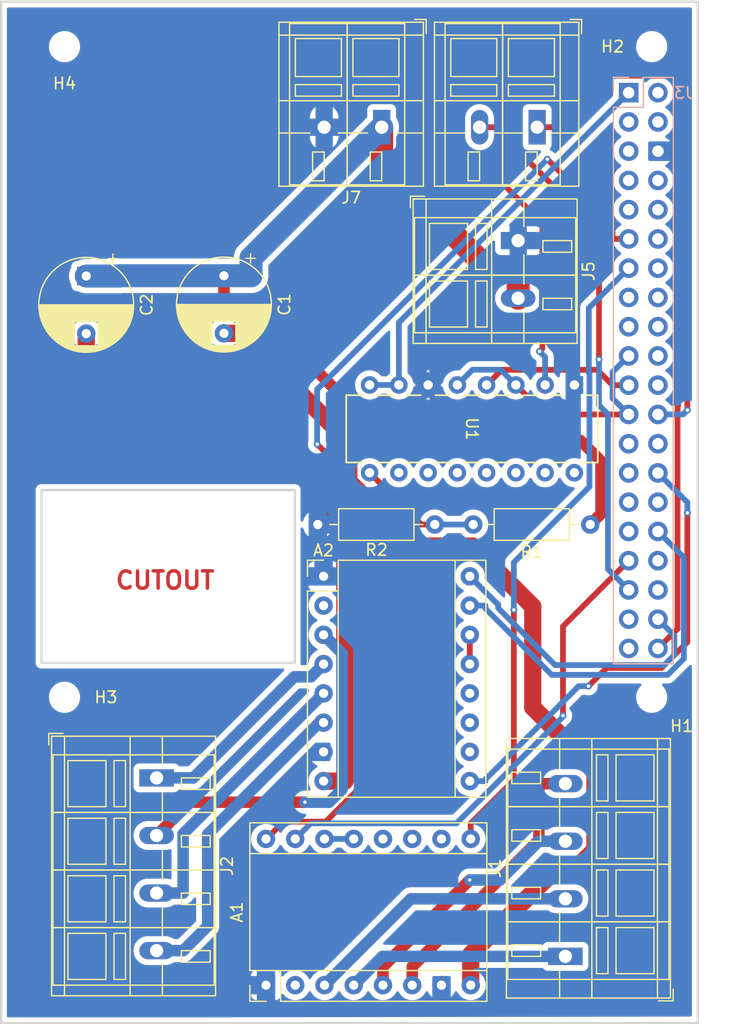
<source format=kicad_pcb>
(kicad_pcb (version 20240108) (generator "pcbnew") (generator_version "8.0")
  (layers (0 "F.Cu" signal) (31 "B.Cu" signal) (34 "B.Paste" user) (35 "F.Paste" user) (36 "B.SilkS" user "B.Silkscreen") (37 "F.SilkS" user "F.Silkscreen") (38 "B.Mask" user) (39 "F.Mask" user) (44 "Edge.Cuts" user))
  (net 0 "")
  (net 1 "Net-(A1-B1)")
  (net 4 "Net-(A1-~{RST})")
  (net 5 "Net-(A1-DIR)")
  (net 7 "Net-(A2-VMOT)")
  (net 8 "Net-(A1-B2)")
  (net 9 "Net-(A1-A2)")
  (net 10 "Net-(J3-Pin_19)")
  (net 11 "Net-(A1-A1)")
  (net 13 "Net-(A1-STEP)")
  (net 14 "Net-(A1-~{EN})")
  (net 15 "Net-(A2-A2)")
  (net 16 "Net-(A2-DIR)")
  (net 18 "Net-(A2-~{RST})")
  (net 20 "Net-(A2-STEP)")
  (net 22 "Net-(A2-~{EN})")
  (net 23 "Net-(A2-B2)")
  (net 25 "Net-(A2-A1)")
  (net 26 "Net-(A2-B1)")
  (net 27 "Net-(J5-Pin_2)")
  (net 30 "Net-(J3-Pin_24)")
  (net 39 "Net-(J3-Pin_21)")
  (net 49 "Net-(J3-3v3_power)")
  (net 53 "Net-(R1-Pad2)")
  (net 65 "Net-(J3-Pin_40)")
  (net 66 "Net-(J3-Pin_35)")
  (net 67 "GND")
  (net 68 "Net-(A1-VMOT)")
  (footprint "Capacitor_THT:CP_Radial_D8.0mm_P5.00mm" (layer "F.Cu") (at 135.2 71.7973 -90)
    (property "Reference" "C2" (at 2.5 -5.25 90) (layer "F.SilkS"))
    (property "Value" "C")
    (pad "1" thru_hole rect (at 0 0 270) (size 1.6 1.6) (drill 0.8) (layers "*.Cu" "*.Mask") (net 27 "Net-(J5-Pin_2)"))
    (pad "2" thru_hole circle (at 5 0 270) (size 1.6 1.6) (drill 0.8) (layers "*.Cu" "*.Mask") (net 7 "Net-(A2-VMOT)"))
  )
  (footprint "Resistor_THT:R_Axial_DIN0207_L6.3mm_D2.5mm_P10.16mm_Horizontal" (layer "F.Cu") (at 178.9693 93.376 180)
    (property "Reference" "R1" (at 5.08 -2.37 180) (layer "F.SilkS"))
    (property "Value" "17,5K")
    (pad "1" thru_hole circle (at 0 0 180) (size 1.6 1.6) (drill 0.8) (layers "*.Cu" "*.Mask") (net 27 "Net-(J5-Pin_2)"))
    (pad "2" thru_hole oval (at 10.16 0 180) (size 1.6 1.6) (drill 0.8) (layers "*.Cu" "*.Mask") (net 53 "Net-(R1-Pad2)"))
  )
  (footprint "MountingHole:MountingHole_2.2mm_M2" (layer "F.Cu") (at 184.3093 51.876 180)
    (property "Reference" "H2" (at 3.4 0 180) (layer "F.SilkS"))
    (property "Value" "MountingHole")
    (pad "" np_thru_hole circle (at 0 0 180) (size 2.2 2.2) (drill 2.2) (layers "*.Cu" "*.Mask"))
  )
  (footprint "MountingHole:MountingHole_2.2mm_M2" (layer "F.Cu") (at 133.3093 51.876 180)
    (property "Reference" "H4" (at 0 -3.2 180) (layer "F.SilkS"))
    (property "Value" "MountingHole")
    (pad "" np_thru_hole circle (at 0 0 180) (size 2.2 2.2) (drill 2.2) (layers "*.Cu" "*.Mask"))
  )
  (footprint "MountingHole:MountingHole_2.2mm_M2" (layer "F.Cu") (at 184.3093 108.376 180)
    (property "Reference" "H1" (at -2.6 -2.5 180) (layer "F.SilkS"))
    (property "Value" "MountingHole")
    (pad "" np_thru_hole circle (at 0 0 180) (size 2.2 2.2) (drill 2.2) (layers "*.Cu" "*.Mask"))
  )
  (footprint "MountingHole:MountingHole_2.2mm_M2" (layer "F.Cu") (at 133.3093 108.376 180)
    (property "Reference" "H3" (at -3.6 0 180) (layer "F.SilkS"))
    (property "Value" "MountingHole")
    (pad "" np_thru_hole circle (at 0 0 180) (size 2.2 2.2) (drill 2.2) (layers "*.Cu" "*.Mask"))
  )
  (footprint "Resistor_THT:R_Axial_DIN0207_L6.3mm_D2.5mm_P10.16mm_Horizontal" (layer "F.Cu") (at 165.4693 93.376 180)
    (property "Reference" "R2" (at 5.06 -2.2 180) (layer "F.SilkS"))
    (property "Value" "4,7k")
    (pad "1" thru_hole circle (at 0 0 180) (size 1.6 1.6) (drill 0.8) (layers "*.Cu" "*.Mask") (net 53 "Net-(R1-Pad2)"))
    (pad "2" thru_hole oval (at 10.16 0 180) (size 1.6 1.6) (drill 0.8) (layers "*.Cu" "*.Mask") (net 67 "GND") (thermal_bridge_width 5))
  )
  (footprint "Ultra Librarian:PDIP16_300MC_MCH" (layer "F.Cu") (at 177.5893 81.256 -90)
    (property "Reference" "U1" (at 3.81 8.89 -90) (layer "F.SilkS"))
    (property "Value" "MCP3008-I/P")
    (pad "1" thru_hole rect (at 0 0 270) (size 1.524 1.524) (drill 0.8128) (layers "*.Cu" "*.Mask") (net 67 "GND") (thermal_bridge_width 5))
    (pad "2" thru_hole circle (at 0 2.54 270) (size 1.524 1.524) (drill 0.8128) (layers "*.Cu" "*.Mask") (net 30 "Net-(J3-Pin_24)"))
    (pad "3" thru_hole circle (at 0 5.08 270) (size 1.524 1.524) (drill 0.8128) (layers "*.Cu" "*.Mask") (net 10 "Net-(J3-Pin_19)"))
    (pad "4" thru_hole circle (at 0 7.62 270) (size 1.524 1.524) (drill 0.8128) (layers "*.Cu" "*.Mask") (net 39 "Net-(J3-Pin_21)"))
    (pad "5" thru_hole circle (at 0 10.16 270) (size 1.524 1.524) (drill 0.8128) (layers "*.Cu" "*.Mask") (net 10 "Net-(J3-Pin_19)"))
    (pad "6" thru_hole circle (at 0 12.7 270) (size 1.524 1.524) (drill 0.8128) (layers "*.Cu" "*.Mask") (net 67 "GND") (thermal_bridge_width 5))
    (pad "7" thru_hole circle (at 0 15.24 270) (size 1.524 1.524) (drill 0.8128) (layers "*.Cu" "*.Mask") (net 49 "Net-(J3-3v3_power)"))
    (pad "8" thru_hole circle (at 0 17.78 270) (size 1.524 1.524) (drill 0.8128) (layers "*.Cu" "*.Mask") (net 49 "Net-(J3-3v3_power)"))
    (pad "9" thru_hole circle (at 7.62 17.78 270) (size 1.524 1.524) (drill 0.8128) (layers "*.Cu" "*.Mask") (net 53 "Net-(R1-Pad2)"))
    (pad "10" thru_hole circle (at 7.62 15.24 270) (size 1.524 1.524) (drill 0.8128) (layers "*.Cu" "*.Mask"))
    (pad "11" thru_hole circle (at 7.62 12.7 270) (size 1.524 1.524) (drill 0.8128) (layers "*.Cu" "*.Mask"))
    (pad "12" thru_hole circle (at 7.62 10.16 270) (size 1.524 1.524) (drill 0.8128) (layers "*.Cu" "*.Mask"))
    (pad "13" thru_hole circle (at 7.62 7.62 270) (size 1.524 1.524) (drill 0.8128) (layers "*.Cu" "*.Mask"))
    (pad "14" thru_hole circle (at 7.62 5.08 270) (size 1.524 1.524) (drill 0.8128) (layers "*.Cu" "*.Mask"))
    (pad "15" thru_hole circle (at 7.62 2.54 270) (size 1.524 1.524) (drill 0.8128) (layers "*.Cu" "*.Mask"))
    (pad "16" thru_hole circle (at 7.62 0 270) (size 1.524 1.524) (drill 0.8128) (layers "*.Cu" "*.Mask"))
  )
  (footprint "TerminalBlock_WAGO:TerminalBlock_WAGO_236-104_1x04_P5.00mm_45Degree" (layer "F.Cu") (at 176.8093 130.876 90)
    (property "Reference" "J1" (at 7.65 -6.12 -90) (layer "F.SilkS"))
    (property "Value" "uit_Nema_17")
    (pad "1" thru_hole rect (at 0 0 90) (size 1.5 3) (drill 1.15) (layers "*.Cu" "*.Mask") (net 11 "Net-(A1-A1)"))
    (pad "2" thru_hole oval (at 5 0 90) (size 1.5 3) (drill 1.15) (layers "*.Cu" "*.Mask") (net 9 "Net-(A1-A2)"))
    (pad "3" thru_hole oval (at 10 0 90) (size 1.5 3) (drill 1.15) (layers "*.Cu" "*.Mask") (net 1 "Net-(A1-B1)"))
    (pad "4" thru_hole oval (at 15 0 90) (size 1.5 3) (drill 1.15) (layers "*.Cu" "*.Mask") (net 8 "Net-(A1-B2)"))
  )
  (footprint "Module:Pololu_Breakout-16_15.2x20.3mm" (layer "F.Cu") (at 150.8093 133.376 90)
    (property "Reference" "A1" (at 6.35 -2.54 -90) (layer "F.SilkS"))
    (property "Value" "Pololu_Breakout_DRV8825")
    (pad "1" thru_hole rect (at 0 0 90) (size 1.6 1.6) (drill 0.8) (layers "*.Cu" "*.Mask") (net 67 "GND") (thermal_bridge_width 5))
    (pad "2" thru_hole oval (at 0 2.54 90) (size 1.6 1.6) (drill 0.8) (layers "*.Cu" "*.Mask"))
    (pad "3" thru_hole oval (at 0 5.08 90) (size 1.6 1.6) (drill 0.8) (layers "*.Cu" "*.Mask") (net 9 "Net-(A1-A2)"))
    (pad "4" thru_hole oval (at 0 7.62 90) (size 1.6 1.6) (drill 0.8) (layers "*.Cu" "*.Mask") (net 11 "Net-(A1-A1)"))
    (pad "5" thru_hole oval (at 0 10.16 90) (size 1.6 1.6) (drill 0.8) (layers "*.Cu" "*.Mask") (net 1 "Net-(A1-B1)"))
    (pad "6" thru_hole oval (at 0 12.7 90) (size 1.6 1.6) (drill 0.8) (layers "*.Cu" "*.Mask") (net 8 "Net-(A1-B2)"))
    (pad "7" thru_hole oval (at 0 15.24 90) (size 1.6 1.6) (drill 0.8) (layers "*.Cu" "*.Mask") (net 67 "GND") (thermal_bridge_width 5))
    (pad "8" thru_hole oval (at 0 17.78 90) (size 1.6 1.6) (drill 0.8) (layers "*.Cu" "*.Mask") (net 68 "Net-(A1-VMOT)"))
    (pad "9" thru_hole oval (at 12.7 17.78 90) (size 1.6 1.6) (drill 0.8) (layers "*.Cu" "*.Mask") (net 14 "Net-(A1-~{EN})"))
    (pad "10" thru_hole oval (at 12.7 15.24 90) (size 1.6 1.6) (drill 0.8) (layers "*.Cu" "*.Mask"))
    (pad "11" thru_hole oval (at 12.7 12.7 90) (size 1.6 1.6) (drill 0.8) (layers "*.Cu" "*.Mask"))
    (pad "12" thru_hole oval (at 12.7 10.16 90) (size 1.6 1.6) (drill 0.8) (layers "*.Cu" "*.Mask"))
    (pad "13" thru_hole oval (at 12.7 7.62 90) (size 1.6 1.6) (drill 0.8) (layers "*.Cu" "*.Mask") (net 4 "Net-(A1-~{RST})"))
    (pad "14" thru_hole oval (at 12.7 5.08 90) (size 1.6 1.6) (drill 0.8) (layers "*.Cu" "*.Mask") (net 4 "Net-(A1-~{RST})"))
    (pad "15" thru_hole oval (at 12.7 2.54 90) (size 1.6 1.6) (drill 0.8) (layers "*.Cu" "*.Mask") (net 13 "Net-(A1-STEP)"))
    (pad "16" thru_hole oval (at 12.7 0 90) (size 1.6 1.6) (drill 0.8) (layers "*.Cu" "*.Mask") (net 5 "Net-(A1-DIR)"))
  )
  (footprint "TerminalBlock_WAGO:TerminalBlock_WAGO_236-104_1x04_P5.00mm_45Degree" (layer "F.Cu") (at 141.3093 115.376 -90)
    (property "Reference" "J2" (at 7.65 -6.12 90) (layer "F.SilkS"))
    (property "Value" "uit_Nema_17")
    (pad "1" thru_hole rect (at 0 0 270) (size 1.5 3) (drill 1.15) (layers "*.Cu" "*.Mask") (net 25 "Net-(A2-A1)"))
    (pad "2" thru_hole oval (at 5 0 270) (size 1.5 3) (drill 1.15) (layers "*.Cu" "*.Mask") (net 15 "Net-(A2-A2)"))
    (pad "3" thru_hole oval (at 10 0 270) (size 1.5 3) (drill 1.15) (layers "*.Cu" "*.Mask") (net 26 "Net-(A2-B1)"))
    (pad "4" thru_hole oval (at 15 0 270) (size 1.5 3) (drill 1.15) (layers "*.Cu" "*.Mask") (net 23 "Net-(A2-B2)"))
  )
  (footprint "Capacitor_THT:CP_Radial_D8.0mm_P5.00mm" (layer "F.Cu") (at 147.1593 71.7733 -90)
    (property "Reference" "C1" (at 2.5 -5.25 90) (layer "F.SilkS"))
    (property "Value" "C")
    (pad "1" thru_hole rect (at 0 0 270) (size 1.6 1.6) (drill 0.8) (layers "*.Cu" "*.Mask") (net 27 "Net-(J5-Pin_2)"))
    (pad "2" thru_hole circle (at 5 0 270) (size 1.6 1.6) (drill 0.8) (layers "*.Cu" "*.Mask") (net 68 "Net-(A1-VMOT)"))
  )
  (footprint "TerminalBlock_WAGO:TerminalBlock_WAGO_236-102_1x02_P5.00mm_45Degree" (layer "F.Cu") (at 160.8593 58.876 180)
    (property "Reference" "J7" (at 2.65 -6.12 180) (layer "F.SilkS"))
    (property "Value" "ingang_lipo")
    (pad "1" thru_hole rect (at 0 0 180) (size 1.5 3) (drill 1.15) (layers "*.Cu" "*.Mask") (net 27 "Net-(J5-Pin_2)"))
    (pad "2" thru_hole oval (at 5 0 180) (size 1.5 3) (drill 1.15) (layers "*.Cu" "*.Mask") (net 67 "GND") (thermal_bridge_width 5))
  )
  (footprint "TerminalBlock_WAGO:TerminalBlock_WAGO_236-102_1x02_P5.00mm_45Degree" (layer "F.Cu") (at 174.3593 58.876 180)
    (property "Reference" "J6" (hide yes))
    (property "Value" "Uitgang Wapen")
    (pad "1" thru_hole rect (at 0 0 180) (size 1.5 3) (drill 1.15) (layers "*.Cu" "*.Mask") (net 65 "Net-(J3-Pin_40)"))
    (pad "2" thru_hole oval (at 5 0 180) (size 1.5 3) (drill 1.15) (layers "*.Cu" "*.Mask") (net 66 "Net-(J3-Pin_35)"))
  )
  (footprint "Module:Pololu_Breakout-16_15.2x20.3mm" (layer "F.Cu") (at 155.8093 97.876)
    (property "Reference" "A2" (at 0 -2.25 0) (layer "F.SilkS"))
    (property "Value" "Pololu_Breakout_DRV8825")
    (pad "1" thru_hole rect (at 0 0) (size 1.6 1.6) (drill 0.8) (layers "*.Cu" "*.Mask") (net 67 "GND") (thermal_bridge_width 2))
    (pad "2" thru_hole oval (at 0 2.54) (size 1.6 1.6) (drill 0.8) (layers "*.Cu" "*.Mask"))
    (pad "3" thru_hole oval (at 0 5.08) (size 1.6 1.6) (drill 0.8) (layers "*.Cu" "*.Mask") (net 15 "Net-(A2-A2)"))
    (pad "4" thru_hole oval (at 0 7.62) (size 1.6 1.6) (drill 0.8) (layers "*.Cu" "*.Mask") (net 25 "Net-(A2-A1)"))
    (pad "5" thru_hole oval (at 0 10.16) (size 1.6 1.6) (drill 0.8) (layers "*.Cu" "*.Mask") (net 26 "Net-(A2-B1)"))
    (pad "6" thru_hole oval (at 0 12.7) (size 1.6 1.6) (drill 0.8) (layers "*.Cu" "*.Mask") (net 23 "Net-(A2-B2)"))
    (pad "7" thru_hole oval (at 0 15.24) (size 1.6 1.6) (drill 0.8) (layers "*.Cu" "*.Mask") (net 67 "GND") (thermal_bridge_width 5))
    (pad "8" thru_hole oval (at 0 17.78) (size 1.6 1.6) (drill 0.8) (layers "*.Cu" "*.Mask") (net 7 "Net-(A2-VMOT)"))
    (pad "9" thru_hole oval (at 12.7 17.78) (size 1.6 1.6) (drill 0.8) (layers "*.Cu" "*.Mask") (net 22 "Net-(A2-~{EN})"))
    (pad "10" thru_hole oval (at 12.7 15.24) (size 1.6 1.6) (drill 0.8) (layers "*.Cu" "*.Mask"))
    (pad "11" thru_hole oval (at 12.7 12.7) (size 1.6 1.6) (drill 0.8) (layers "*.Cu" "*.Mask"))
    (pad "12" thru_hole oval (at 12.7 10.16) (size 1.6 1.6) (drill 0.8) (layers "*.Cu" "*.Mask"))
    (pad "13" thru_hole oval (at 12.7 7.62) (size 1.6 1.6) (drill 0.8) (layers "*.Cu" "*.Mask") (net 18 "Net-(A2-~{RST})"))
    (pad "14" thru_hole oval (at 12.7 5.08) (size 1.6 1.6) (drill 0.8) (layers "*.Cu" "*.Mask") (net 18 "Net-(A2-~{RST})"))
    (pad "15" thru_hole oval (at 12.7 2.54) (size 1.6 1.6) (drill 0.8) (layers "*.Cu" "*.Mask") (net 20 "Net-(A2-STEP)"))
    (pad "16" thru_hole oval (at 12.7 0) (size 1.6 1.6) (drill 0.8) (layers "*.Cu" "*.Mask") (net 16 "Net-(A2-DIR)"))
  )
  (footprint "TerminalBlock_WAGO:TerminalBlock_WAGO_236-102_1x02_P5.00mm_45Degree" (layer "F.Cu") (at 172.7093 68.726 -90)
    (property "Reference" "J5" (at 2.65 -6.12 90) (layer "F.SilkS"))
    (property "Value" "uit_buck_converter")
    (pad "1" thru_hole rect (at 0 0 270) (size 1.5 3) (drill 1.15) (layers "*.Cu" "*.Mask") (net 67 "GND") (thermal_bridge_width 5))
    (pad "2" thru_hole oval (at 5 0 270) (size 1.5 3) (drill 1.15) (layers "*.Cu" "*.Mask") (net 27 "Net-(J5-Pin_2)"))
  )
  (footprint "Connector_PinSocket_2.54mm:PinSocket_2x20_P2.54mm_Vertical" (layer "B.Cu") (at 182.3093 55.876 180)
    (property "Reference" "J3" (at -4.7907 -0.024 180) (layer "B.SilkS") (effects (justify mirror)))
    (property "Value" "Conn_02x20_Odd_Even")
    (pad "1" thru_hole rect (at 0 0 180) (size 1.7 1.7) (drill 1) (layers "*.Cu" "*.Mask") (net 49 "Net-(J3-3v3_power)"))
    (pad "2" thru_hole oval (at -2.54 0 180) (size 1.7 1.7) (drill 1) (layers "*.Cu" "*.Mask"))
    (pad "3" thru_hole oval (at 0 -2.54 180) (size 1.7 1.7) (drill 1) (layers "*.Cu" "*.Mask"))
    (pad "4" thru_hole oval (at -2.54 -2.54 180) (size 1.7 1.7) (drill 1) (layers "*.Cu" "*.Mask"))
    (pad "5" thru_hole oval (at 0 -5.08 180) (size 1.7 1.7) (drill 1) (layers "*.Cu" "*.Mask"))
    (pad "6" thru_hole oval (at -2.54 -5.08 180) (size 1.7 1.7) (drill 1) (layers "*.Cu" "*.Mask") (net 67 "GND") (thermal_bridge_width 5))
    (pad "7" thru_hole oval (at 0 -7.62 180) (size 1.7 1.7) (drill 1) (layers "*.Cu" "*.Mask"))
    (pad "8" thru_hole oval (at -2.54 -7.62 180) (size 1.7 1.7) (drill 1) (layers "*.Cu" "*.Mask"))
    (pad "9" thru_hole oval (at 0 -10.16 180) (size 1.7 1.7) (drill 1) (layers "*.Cu" "*.Mask"))
    (pad "10" thru_hole oval (at -2.54 -10.16 180) (size 1.7 1.7) (drill 1) (layers "*.Cu" "*.Mask"))
    (pad "11" thru_hole oval (at 0 -12.7 180) (size 1.7 1.7) (drill 1) (layers "*.Cu" "*.Mask") (net 5 "Net-(A1-DIR)"))
    (pad "12" thru_hole oval (at -2.54 -12.7 180) (size 1.7 1.7) (drill 1) (layers "*.Cu" "*.Mask"))
    (pad "13" thru_hole oval (at 0 -15.24 180) (size 1.7 1.7) (drill 1) (layers "*.Cu" "*.Mask") (net 14 "Net-(A1-~{EN})"))
    (pad "14" thru_hole oval (at -2.54 -15.24 180) (size 1.7 1.7) (drill 1) (layers "*.Cu" "*.Mask"))
    (pad "15" thru_hole oval (at 0 -17.78 180) (size 1.7 1.7) (drill 1) (layers "*.Cu" "*.Mask"))
    (pad "16" thru_hole oval (at -2.54 -17.78 180) (size 1.7 1.7) (drill 1) (layers "*.Cu" "*.Mask"))
    (pad "17" thru_hole oval (at 0 -20.32 180) (size 1.7 1.7) (drill 1) (layers "*.Cu" "*.Mask"))
    (pad "18" thru_hole oval (at -2.54 -20.32 180) (size 1.7 1.7) (drill 1) (layers "*.Cu" "*.Mask"))
    (pad "19" thru_hole oval (at 0 -22.86 180) (size 1.7 1.7) (drill 1) (layers "*.Cu" "*.Mask") (net 10 "Net-(J3-Pin_19)"))
    (pad "20" thru_hole oval (at -2.54 -22.86 180) (size 1.7 1.7) (drill 1) (layers "*.Cu" "*.Mask"))
    (pad "21" thru_hole oval (at 0 -25.4 180) (size 1.7 1.7) (drill 1) (layers "*.Cu" "*.Mask") (net 39 "Net-(J3-Pin_21)"))
    (pad "22" thru_hole oval (at -2.54 -25.4 180) (size 1.7 1.7) (drill 1) (layers "*.Cu" "*.Mask"))
    (pad "23" thru_hole oval (at 0 -27.94 180) (size 1.7 1.7) (drill 1) (layers "*.Cu" "*.Mask") (net 10 "Net-(J3-Pin_19)"))
    (pad "24" thru_hole oval (at -2.54 -27.94 180) (size 1.7 1.7) (drill 1) (layers "*.Cu" "*.Mask") (net 30 "Net-(J3-Pin_24)"))
    (pad "25" thru_hole oval (at 0 -30.48 180) (size 1.7 1.7) (drill 1) (layers "*.Cu" "*.Mask"))
    (pad "26" thru_hole oval (at -2.54 -30.48 180) (size 1.7 1.7) (drill 1) (layers "*.Cu" "*.Mask"))
    (pad "27" thru_hole oval (at 0 -33.02 180) (size 1.7 1.7) (drill 1) (layers "*.Cu" "*.Mask"))
    (pad "28" thru_hole oval (at -2.54 -33.02 180) (size 1.7 1.7) (drill 1) (layers "*.Cu" "*.Mask") (net 22 "Net-(A2-~{EN})"))
    (pad "29" thru_hole oval (at 0 -35.56 180) (size 1.7 1.7) (drill 1) (layers "*.Cu" "*.Mask"))
    (pad "30" thru_hole oval (at -2.54 -35.56 180) (size 1.7 1.7) (drill 1) (layers "*.Cu" "*.Mask"))
    (pad "31" thru_hole oval (at 0 -38.1 180) (size 1.7 1.7) (drill 1) (layers "*.Cu" "*.Mask"))
    (pad "32" thru_hole oval (at -2.54 -38.1 180) (size 1.7 1.7) (drill 1) (layers "*.Cu" "*.Mask") (net 20 "Net-(A2-STEP)"))
    (pad "33" thru_hole oval (at 0 -40.64 180) (size 1.7 1.7) (drill 1) (layers "*.Cu" "*.Mask") (net 13 "Net-(A1-STEP)"))
    (pad "34" thru_hole oval (at -2.54 -40.64 180) (size 1.7 1.7) (drill 1) (layers "*.Cu" "*.Mask"))
    (pad "35" thru_hole oval (at 0 -43.18 180) (size 1.7 1.7) (drill 1) (layers "*.Cu" "*.Mask") (net 66 "Net-(J3-Pin_35)"))
    (pad "36" thru_hole oval (at -2.54 -43.18 180) (size 1.7 1.7) (drill 1) (layers "*.Cu" "*.Mask"))
    (pad "37" thru_hole oval (at 0 -45.72 180) (size 1.7 1.7) (drill 1) (layers "*.Cu" "*.Mask"))
    (pad "38" thru_hole oval (at -2.54 -45.72 180) (size 1.7 1.7) (drill 1) (layers "*.Cu" "*.Mask") (net 16 "Net-(A2-DIR)"))
    (pad "39" thru_hole oval (at 0 -48.26 180) (size 1.7 1.7) (drill 1) (layers "*.Cu" "*.Mask"))
    (pad "40" thru_hole oval (at -2.54 -48.26 180) (size 1.7 1.7) (drill 1) (layers "*.Cu" "*.Mask") (net 65 "Net-(J3-Pin_40)"))
  )
  (gr_rect (start 131.3093 90.376) (end 153.3093 105.376) (stroke (width 0.2)) (fill none) (layer "Edge.Cuts"))
  (gr_rect (start 127.8093 47.976) (end 188.3093 136.676) (stroke (width 0.2)) (fill none) (layer "Edge.Cuts"))
  (gr_text "CUTOUT" (at 137.6 99.1 0) (layer "F.Cu") (effects (font (size 1.5 1.5) (thickness 0.3) (bold yes)) (justify left bottom)))
  (segment (start 160.9693 131.7743) (end 168.5013 124.2423) (width 1) (layer "F.Cu") (net 1))
  (segment (start 160.9693 133.376) (end 160.9693 131.7743) (width 1) (layer "F.Cu") (net 1))
  (via (at 168.5013 124.2423) (size 0.6) (drill 0.3) (layers "F.Cu" "B.Cu") (net 1))
  (segment (start 171.1413 124.2423) (end 174.5076 120.876) (width 1) (layer "B.Cu") (net 1))
  (segment (start 168.5013 124.2423) (end 171.1413 124.2423) (width 1) (layer "B.Cu") (net 1))
  (segment (start 176.8093 120.876) (end 174.5076 120.876) (width 1) (layer "B.Cu") (net 1))
  (segment (start 155.8893 120.676) (end 158.4293 120.676) (width 0.5) (layer "B.Cu") (net 4))
  (segment (start 159.0433 116.1365) (end 156.0051 119.1747) (width 0.5) (layer "F.Cu") (net 5))
  (segment (start 180.9076 68.576) (end 180.9076 67.3205) (width 0.5) (layer "F.Cu") (net 5))
  (segment (start 150.8508 120.676) (end 150.8093 120.676) (width 0.5) (layer "F.Cu") (net 5))
  (segment (start 180.9076 67.3205) (end 175.2392 61.6521) (width 0.5) (layer "F.Cu") (net 5))
  (segment (start 182.3093 68.576) (end 180.9076 68.576) (width 0.5) (layer "F.Cu") (net 5))
  (segment (start 156.0051 119.1747) (end 152.3521 119.1747) (width 0.5) (layer "F.Cu") (net 5))
  (segment (start 156.6973 87.8469) (end 156.6973 90.2308) (width 0.5) (layer "F.Cu") (net 5))
  (segment (start 155.2504 86.4) (end 156.6973 87.8469) (width 0.5) (layer "F.Cu") (net 5))
  (segment (start 156.6973 90.2308) (end 159.0433 92.5768) (width 0.5) (layer "F.Cu") (net 5))
  (segment (start 152.3521 119.1747) (end 150.8508 120.676) (width 0.5) (layer "F.Cu") (net 5))
  (segment (start 159.0433 92.5768) (end 159.0433 116.1365) (width 0.5) (layer "F.Cu") (net 5))
  (via (at 175.2392 61.6521) (size 0.6) (drill 0.3) (layers "F.Cu" "B.Cu") (net 5))
  (via (at 155.2504 86.4) (size 0.6) (drill 0.3) (layers "F.Cu" "B.Cu") (net 5))
  (segment (start 155.2504 81.6409) (end 175.2392 61.6521) (width 0.5) (layer "B.Cu") (net 5))
  (segment (start 155.2504 86.4) (end 155.2504 81.6409) (width 0.5) (layer "B.Cu") (net 5))
  (segment (start 135.2 85.1) (end 138.3 88.2) (width 1.5) (layer "F.Cu") (net 7))
  (segment (start 157.661 93.0874) (end 157.661 115.656) (width 1.5) (layer "F.Cu") (net 7))
  (segment (start 155.3 89) (end 155.3 90.7264) (width 1.5) (layer "F.Cu") (net 7))
  (segment (start 154.5 88.2) (end 155.3 89) (width 1.5) (layer "F.Cu") (net 7))
  (segment (start 157.661 115.656) (end 155.8093 115.656) (width 1.5) (layer "F.Cu") (net 7))
  (segment (start 138.3 88.2) (end 154.5 88.2) (width 1.5) (layer "F.Cu") (net 7))
  (segment (start 155.3 90.7264) (end 157.661 93.0874) (width 1.5) (layer "F.Cu") (net 7))
  (segment (start 135.2 76.7973) (end 135.2 85.1) (width 1.5) (layer "F.Cu") (net 7))
  (segment (start 163.5093 131.7743) (end 174.5076 120.776) (width 1) (layer "F.Cu") (net 8))
  (segment (start 163.5093 133.376) (end 163.5093 131.7743) (width 1) (layer "F.Cu") (net 8))
  (segment (start 176.8093 115.876) (end 174.5076 115.876) (width 1) (layer "F.Cu") (net 8))
  (segment (start 174.5076 120.776) (end 174.5076 115.876) (width 1) (layer "F.Cu") (net 8))
  (segment (start 163.3893 125.876) (end 155.8893 133.376) (width 1) (layer "B.Cu") (net 9))
  (segment (start 176.8093 125.876) (end 163.3893 125.876) (width 1) (layer "B.Cu") (net 9))
  (segment (start 175.0693 83.816) (end 172.5093 81.256) (width 0.5) (layer "F.Cu") (net 10))
  (segment (start 182.3093 83.816) (end 175.0693 83.816) (width 0.5) (layer "F.Cu") (net 10))
  (segment (start 180.901 80.1443) (end 180.901 82.4077) (width 0.5) (layer "B.Cu") (net 10))
  (segment (start 171.189 79.9357) (end 168.7496 79.9357) (width 0.5) (layer "B.Cu") (net 10))
  (segment (start 168.7496 79.9357) (end 167.4293 81.256) (width 0.5) (layer "B.Cu") (net 10))
  (segment (start 172.5093 81.256) (end 171.189 79.9357) (width 0.5) (layer "B.Cu") (net 10))
  (segment (start 182.3093 78.736) (end 180.901 80.1443) (width 0.5) (layer "B.Cu") (net 10))
  (segment (start 180.901 82.4077) (end 182.3093 83.816) (width 0.5) (layer "B.Cu") (net 10))
  (segment (start 160.9293 130.876) (end 176.8093 130.876) (width 1) (layer "B.Cu") (net 11))
  (segment (start 158.4293 133.376) (end 160.9293 130.876) (width 1) (layer "B.Cu") (net 11))
  (segment (start 176.6018 102.2235) (end 176.6018 109.9718) (width 0.5) (layer "F.Cu") (net 13))
  (segment (start 182.3093 96.516) (end 176.6018 102.2235) (width 0.5) (layer "F.Cu") (net 13))
  (via (at 176.6018 109.9718) (size 0.6) (drill 0.3) (layers "F.Cu" "B.Cu") (net 13))
  (segment (start 167.3471 119.3243) (end 154.701 119.3243) (width 0.5) (layer "B.Cu") (net 13))
  (segment (start 176.6018 110.0696) (end 167.3471 119.3243) (width 0.5) (layer "B.Cu") (net 13))
  (segment (start 176.6018 109.9718) (end 176.6018 110.0696) (width 0.5) (layer "B.Cu") (net 13))
  (segment (start 154.701 119.3243) (end 153.3493 120.676) (width 0.5) (layer "B.Cu") (net 13))
  (segment (start 168.5893 120.676) (end 168.5893 119.3243) (width 0.5) (layer "F.Cu") (net 14))
  (segment (start 172.3344 100.7868) (end 172.3344 115.5792) (width 0.5) (layer "F.Cu") (net 14))
  (segment (start 172.3344 115.5792) (end 168.5893 119.3243) (width 0.5) (layer "F.Cu") (net 14))
  (via (at 172.3344 100.7868) (size 0.6) (drill 0.3) (layers "F.Cu" "B.Cu") (net 14))
  (segment (start 172.3344 96.6634) (end 172.3344 100.7868) (width 0.5) (layer "B.Cu") (net 14))
  (segment (start 178.903 90.0948) (end 172.3344 96.6634) (width 0.5) (layer "B.Cu") (net 14))
  (segment (start 178.8452 74.5801) (end 178.8452 80.2076) (width 0.5) (layer "B.Cu") (net 14))
  (segment (start 178.8452 80.2076) (end 178.903 80.2654) (width 0.5) (layer "B.Cu") (net 14))
  (segment (start 182.3093 71.116) (end 178.8452 74.5801) (width 0.5) (layer "B.Cu") (net 14))
  (segment (start 178.903 80.2654) (end 178.903 90.0948) (width 0.5) (layer "B.Cu") (net 14))
  (segment (start 144.1984 117.4869) (end 141.3093 120.376) (width 1) (layer "F.Cu") (net 15))
  (segment (start 154.2 117.4869) (end 144.1984 117.4869) (width 1) (layer "F.Cu") (net 15))
  (via (at 154.2 117.4869) (size 0.6) (drill 0.3) (layers "F.Cu" "B.Cu") (net 15))
  (segment (start 156.2998 117.4869) (end 157.4187 116.368) (width 1) (layer "B.Cu") (net 15))
  (segment (start 154.2 117.4869) (end 156.2998 117.4869) (width 1) (layer "B.Cu") (net 15))
  (segment (start 157.4187 104.5654) (end 155.8093 102.956) (width 1) (layer "B.Cu") (net 15))
  (segment (start 157.4187 116.368) (end 157.4187 104.5654) (width 1) (layer "B.Cu") (net 15))
  (segment (start 186.2789 103.0256) (end 186.2789 104.7026) (width 0.5) (layer "B.Cu") (net 16))
  (segment (start 184.8493 101.596) (end 186.2789 103.0256) (width 0.5) (layer "B.Cu") (net 16))
  (segment (start 175.923 105.582) (end 170.9785 100.6375) (width 0.5) (layer "B.Cu") (net 16))
  (segment (start 185.3995 105.582) (end 175.923 105.582) (width 0.5) (layer "B.Cu") (net 16))
  (segment (start 186.2789 104.7026) (end 185.3995 105.582) (width 0.5) (layer "B.Cu") (net 16))
  (segment (start 170.9785 100.3452) (end 168.5093 97.876) (width 0.5) (layer "B.Cu") (net 16))
  (segment (start 170.9785 100.6375) (end 170.9785 100.3452) (width 0.5) (layer "B.Cu") (net 16))
  (segment (start 168.5093 102.956) (end 168.5093 105.496) (width 0.5) (layer "F.Cu") (net 18))
  (segment (start 168.5093 100.416) (end 169.861 100.416) (width 0.5) (layer "B.Cu") (net 20))
  (segment (start 187.0999 105.0227) (end 185.6937 106.4289) (width 0.5) (layer "B.Cu") (net 20))
  (segment (start 169.861 100.6649) (end 169.861 100.416) (width 0.5) (layer "B.Cu") (net 20))
  (segment (start 187.0999 96.2266) (end 187.0999 105.0227) (width 0.5) (layer "B.Cu") (net 20))
  (segment (start 184.8493 93.976) (end 187.0999 96.2266) (width 0.5) (layer "B.Cu") (net 20))
  (segment (start 185.6937 106.4289) (end 175.625 106.4289) (width 0.5) (layer "B.Cu") (net 20))
  (segment (start 175.625 106.4289) (end 169.861 100.6649) (width 0.5) (layer "B.Cu") (net 20))
  (segment (start 178.8137 107.4106) (end 180.3976 105.8267) (width 0.5) (layer "F.Cu") (net 22))
  (segment (start 185.1619 105.8267) (end 187.4031 103.5855) (width 0.5) (layer "F.Cu") (net 22))
  (segment (start 180.3976 105.8267) (end 185.1619 105.8267) (width 0.5) (layer "F.Cu") (net 22))
  (segment (start 187.4031 103.5855) (end 187.4031 92.3617) (width 0.5) (layer "F.Cu") (net 22))
  (via (at 187.4031 92.3617) (size 0.6) (drill 0.3) (layers "F.Cu" "B.Cu") (net 22))
  (via (at 178.8137 107.4106) (size 0.6) (drill 0.3) (layers "F.Cu" "B.Cu") (net 22))
  (segment (start 169.861 115.656) (end 169.861 115.5081) (width 0.5) (layer "B.Cu") (net 22))
  (segment (start 187.4031 91.4498) (end 187.4031 92.3617) (width 0.5) (layer "B.Cu") (net 22))
  (segment (start 184.8493 88.896) (end 187.4031 91.4498) (width 0.5) (layer "B.Cu") (net 22))
  (segment (start 177.9585 107.4106) (end 178.8137 107.4106) (width 0.5) (layer "B.Cu") (net 22))
  (segment (start 169.861 115.5081) (end 177.9585 107.4106) (width 0.5) (layer "B.Cu") (net 22))
  (segment (start 168.5093 115.656) (end 169.861 115.656) (width 0.5) (layer "B.Cu") (net 22))
  (segment (start 141.3093 130.376) (end 143.611 130.376) (width 1) (layer "B.Cu") (net 23))
  (segment (start 155.8093 110.576) (end 155.435 110.576) (width 1) (layer "B.Cu") (net 23))
  (segment (start 145.7449 120.2661) (end 145.7449 128.2421) (width 1) (layer "B.Cu") (net 23))
  (segment (start 155.435 110.576) (end 145.7449 120.2661) (width 1) (layer "B.Cu") (net 23))
  (segment (start 145.7449 128.2421) (end 143.611 130.376) (width 1) (layer "B.Cu") (net 23))
  (segment (start 154.7053 106.6) (end 155.8093 105.496) (width 1) (layer "B.Cu") (net 25))
  (segment (start 141.3093 115.376) (end 144.4935 115.376) (width 1) (layer "B.Cu") (net 25))
  (segment (start 153.2695 106.6) (end 154.7053 106.6) (width 1) (layer "B.Cu") (net 25))
  (segment (start 144.4935 115.376) (end 153.2695 106.6) (width 1) (layer "B.Cu") (net 25))
  (segment (start 141.3093 125.376) (end 143.611 125.376) (width 1) (layer "B.Cu") (net 26))
  (segment (start 143.611 120.2343) (end 143.611 125.376) (width 1) (layer "B.Cu") (net 26))
  (segment (start 155.8093 108.036) (end 143.611 120.2343) (width 1) (layer "B.Cu") (net 26))
  (segment (start 170.3559 71.4243) (end 160.8593 61.9277) (width 2) (layer "F.Cu") (net 27))
  (segment (start 161.258 86.0808) (end 178.1196 86.0808) (width 1) (layer "F.Cu") (net 27))
  (segment (start 160.8593 58.876) (end 160.8593 61.9277) (width 2) (layer "F.Cu") (net 27))
  (segment (start 172.7093 71.4243) (end 170.3559 71.4243) (width 2) (layer "F.Cu") (net 27))
  (segment (start 172.7093 73.726) (end 172.7093 71.4243) (width 2) (layer "F.Cu") (net 27))
  (segment (start 147.1593 71.7733) (end 147.1593 74.125) (width 1) (layer "F.Cu") (net 27))
  (segment (start 178.1196 86.0808) (end 179.9053 87.8665) (width 1) (layer "F.Cu") (net 27))
  (segment (start 179.9053 92.44) (end 178.9693 93.376) (width 1) (layer "F.Cu") (net 27))
  (segment (start 147.1593 74.125) (end 149.3022 74.125) (width 1) (layer "F.Cu") (net 27))
  (segment (start 149.3022 74.125) (end 161.258 86.0808) (width 1) (layer "F.Cu") (net 27))
  (segment (start 179.9053 87.8665) (end 179.9053 92.44) (width 1) (layer "F.Cu") (net 27))
  (segment (start 149.511 70.2243) (end 149.511 71.7733) (width 2) (layer "B.Cu") (net 27))
  (segment (start 138.124 71.7733) (end 147.1593 71.7733) (width 2) (layer "B.Cu") (net 27))
  (segment (start 160.8593 58.876) (end 149.511 70.2243) (width 2) (layer "B.Cu") (net 27))
  (segment (start 135.2 71.7973) (end 138.1 71.7973) (width 2) (layer "B.Cu") (net 27))
  (segment (start 138.1 71.7973) (end 138.124 71.7733) (width 2) (layer "B.Cu") (net 27))
  (segment (start 147.1593 71.7733) (end 149.511 71.7733) (width 2) (layer "B.Cu") (net 27))
  (segment (start 187.4031 83.4415) (end 187.4031 48.9) (width 0.5) (layer "F.Cu") (net 30))
  (segment (start 174.8138 78.0964) (end 174.5647 78.3455) (width 0.5) (layer "F.Cu") (net 30))
  (segment (start 176.3 48.9) (end 167.6 57.6) (width 0.5) (layer "F.Cu") (net 30))
  (segment (start 167.6 60) (end 174.8138 67.2138) (width 0.5) (layer "F.Cu") (net 30))
  (segment (start 174.8138 67.2138) (end 174.8138 78.0964) (width 0.5) (layer "F.Cu") (net 30))
  (segment (start 167.6 57.6) (end 167.6 60) (width 0.5) (layer "F.Cu") (net 30))
  (segment (start 187.4031 48.9) (end 176.3 48.9) (width 0.5) (layer "F.Cu") (net 30))
  (via (at 187.4031 83.4415) (size 0.6) (drill 0.3) (layers "F.Cu" "B.Cu") (net 30))
  (via (at 174.5647 78.3455) (size 0.6) (drill 0.3) (layers "F.Cu" "B.Cu") (net 30))
  (segment (start 184.8493 83.816) (end 187.0286 83.816) (width 0.5) (layer "B.Cu") (net 30))
  (segment (start 187.0286 83.816) (end 187.4031 83.4415) (width 0.5) (layer "B.Cu") (net 30))
  (segment (start 175.0493 81.256) (end 175.0493 78.8301) (width 0.5) (layer "B.Cu") (net 30))
  (segment (start 175.0493 78.8301) (end 174.5647 78.3455) (width 0.5) (layer "B.Cu") (net 30))
  (segment (start 179.5735 79.9419) (end 171.2834 79.9419) (width 0.5) (layer "F.Cu") (net 39))
  (segment (start 180.9076 81.276) (end 179.5735 79.9419) (width 0.5) (layer "F.Cu") (net 39))
  (segment (start 182.3093 81.276) (end 180.9076 81.276) (width 0.5) (layer "F.Cu") (net 39))
  (segment (start 171.2834 79.9419) (end 169.9693 81.256) (width 0.5) (layer "F.Cu") (net 39))
  (segment (start 162.3493 81.256) (end 162.3493 75.836) (width 0.5) (layer "B.Cu") (net 49))
  (segment (start 159.8093 81.256) (end 162.3493 81.256) (width 0.5) (layer "B.Cu") (net 49))
  (segment (start 162.3493 75.836) (end 182.3093 55.876) (width 0.5) (layer "B.Cu") (net 49))
  (segment (start 164.3093 93.376) (end 165.4693 93.376) (width 0.5) (layer "F.Cu") (net 53))
  (segment (start 159.8093 88.876) (end 164.3093 93.376) (width 0.5) (layer "F.Cu") (net 53))
  (segment (start 165.4693 93.376) (end 168.8093 93.376) (width 0.5) (layer "B.Cu") (net 53))
  (segment (start 174.3593 58.876) (end 175.661 58.876) (width 0.5) (layer "F.Cu") (net 65))
  (segment (start 186.5531 83.089418) (end 186.5531 102.4322) (width 0.5) (layer "F.Cu") (net 65))
  (segment (start 175.661 58.876) (end 180.137 54.4) (width 0.5) (layer "F.Cu") (net 65))
  (segment (start 186.6 83.042518) (end 186.5531 83.089418) (width 0.5) (layer "F.Cu") (net 65))
  (segment (start 186.6 54.8) (end 186.6 83.042518) (width 0.5) (layer "F.Cu") (net 65))
  (segment (start 186.2 54.4) (end 186.6 54.8) (width 0.5) (layer "F.Cu") (net 65))
  (segment (start 186.5531 102.4322) (end 184.8493 104.136) (width 0.5) (layer "F.Cu") (net 65))
  (segment (start 180.137 54.4) (end 186.2 54.4) (width 0.5) (layer "F.Cu") (net 65))
  (segment (start 169.3593 58.876) (end 170.661 58.876) (width 0.5) (layer "F.Cu") (net 66))
  (segment (start 179.7309 67.9459) (end 179.7309 79.0411) (width 0.5) (layer "F.Cu") (net 66))
  (segment (start 170.661 58.876) (end 179.7309 67.9459) (width 0.5) (layer "F.Cu") (net 66))
  (via (at 179.7309 79.0411) (size 0.6) (drill 0.3) (layers "F.Cu" "B.Cu") (net 66))
  (segment (start 180.5075 83.7983) (end 179.7309 83.0217) (width 0.5) (layer "B.Cu") (net 66))
  (segment (start 182.3093 99.056) (end 180.5075 97.2542) (width 0.5) (layer "B.Cu") (net 66))
  (segment (start 179.7309 83.0217) (end 179.7309 79.0411) (width 0.5) (layer "B.Cu") (net 66))
  (segment (start 180.5075 97.2542) (end 180.5075 83.7983) (width 0.5) (layer "B.Cu") (net 66))
  (segment (start 174.768 72.0864) (end 174.768 77.2605) (width 0.5) (layer "B.Cu") (net 67))
  (segment (start 172.7093 68.726) (end 172.7093 70.0277) (width 0.5) (layer "B.Cu") (net 67))
  (segment (start 172.7093 70.0277) (end 174.768 72.0864) (width 0.5) (layer "B.Cu") (net 67))
  (segment (start 173.976 109.2576) (end 173.976 100.4816) (width 1.5) (layer "F.Cu") (net 68))
  (segment (start 168.5893 130.7058) (end 175.8691 123.426) (width 1.5) (layer "F.Cu") (net 68))
  (segment (start 157.9973 86.1973) (end 148.5733 76.7733) (width 1.5) (layer "F.Cu") (net 68))
  (segment (start 148.5733 76.7733) (end 147.1593 76.7733) (width 1.5) (layer "F.Cu") (net 68))
  (segment (start 163.617945 95.2472) (end 157.9973 89.626555) (width 1.5) (layer "F.Cu") (net 68))
  (segment (start 173.976 100.4816) (end 168.7416 95.2472) (width 1.5) (layer "F.Cu") (net 68))
  (segment (start 168.7416 95.2472) (end 163.617945 95.2472) (width 1.5) (layer "F.Cu") (net 68))
  (segment (start 177.5588 123.426) (end 179.3817 121.6031) (width 1.5) (layer "F.Cu") (net 68))
  (segment (start 175.8691 123.426) (end 177.5588 123.426) (width 1.5) (layer "F.Cu") (net 68))
  (segment (start 179.3817 114.6633) (end 173.976 109.2576) (width 1.5) (layer "F.Cu") (net 68))
  (segment (start 179.3817 121.6031) (end 179.3817 114.6633) (width 1.5) (layer "F.Cu") (net 68))
  (segment (start 168.5893 133.376) (end 168.5893 130.7058) (width 1.5) (layer "F.Cu") (net 68))
  (segment (start 157.9973 89.626555) (end 157.9973 86.1973) (width 1.5) (layer "F.Cu") (net 68))
  (zone (net 67) (net_name "GND") (layer "B.Cu") (connect_pads (clearance 0.5)) (min_thickness 0.25) (fill yes (thermal_gap 0.5) (thermal_bridge_width 0.5))
    (polygon (pts (xy 187.8 48.4) (xy 187.8 136.1) (xy 128.3 136.2) (xy 128.1 48.4)))
  )
)
</source>
